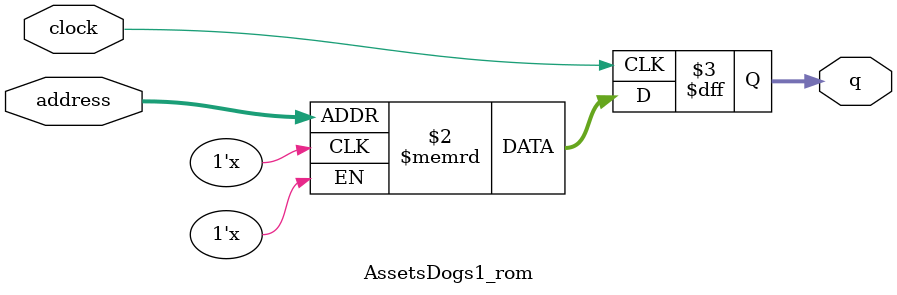
<source format=sv>
module AssetsDogs1_rom (
	input logic clock,
	input logic [13:0] address,
	output logic [3:0] q
);

logic [3:0] memory [0:9459] /* synthesis ram_init_file = "./AssetsDogs1/AssetsDogs1.mif" */;

always_ff @ (posedge clock) begin
	q <= memory[address];
end

endmodule

</source>
